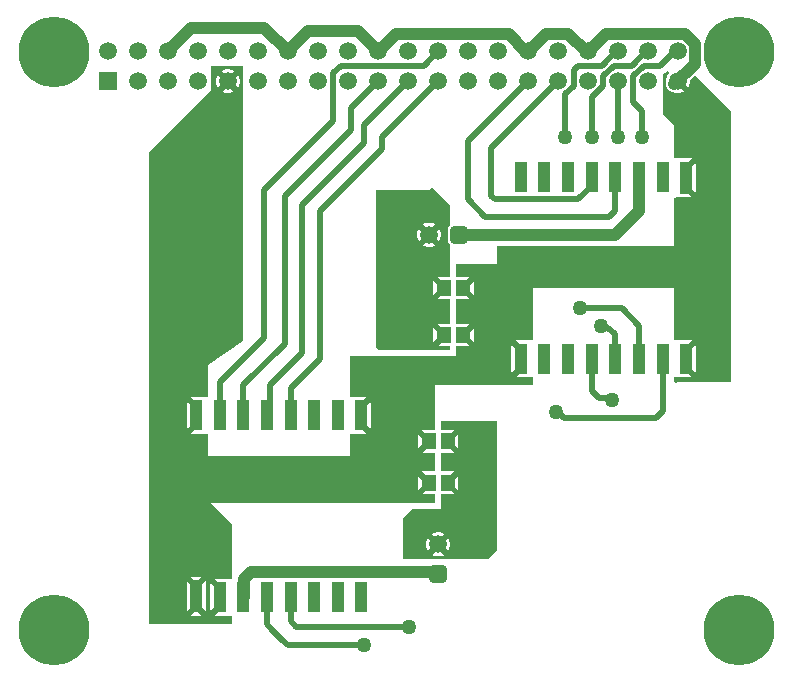
<source format=gtl>
G04*
G04 #@! TF.GenerationSoftware,Altium Limited,Altium Designer,24.10.1 (45)*
G04*
G04 Layer_Physical_Order=1*
G04 Layer_Color=255*
%FSLAX44Y44*%
%MOMM*%
G71*
G04*
G04 #@! TF.SameCoordinates,18B26EA7-4F74-4CB2-AD54-755A6D8BF582*
G04*
G04*
G04 #@! TF.FilePolarity,Positive*
G04*
G01*
G75*
%ADD14C,0.2540*%
%ADD15R,1.3000X1.4000*%
%ADD16R,1.1000X2.8000*%
%ADD17R,1.1000X2.6000*%
%ADD28C,0.5000*%
%ADD29C,1.0000*%
%ADD30R,1.5000X1.5000*%
%ADD31C,1.5000*%
G04:AMPARAMS|DCode=32|XSize=1.52mm|YSize=1.52mm|CornerRadius=0.38mm|HoleSize=0mm|Usage=FLASHONLY|Rotation=90.000|XOffset=0mm|YOffset=0mm|HoleType=Round|Shape=RoundedRectangle|*
%AMROUNDEDRECTD32*
21,1,1.5200,0.7600,0,0,90.0*
21,1,0.7600,1.5200,0,0,90.0*
1,1,0.7600,0.3800,0.3800*
1,1,0.7600,0.3800,-0.3800*
1,1,0.7600,-0.3800,-0.3800*
1,1,0.7600,-0.3800,0.3800*
%
%ADD32ROUNDEDRECTD32*%
%ADD33C,1.5200*%
G04:AMPARAMS|DCode=34|XSize=1.52mm|YSize=1.52mm|CornerRadius=0.38mm|HoleSize=0mm|Usage=FLASHONLY|Rotation=180.000|XOffset=0mm|YOffset=0mm|HoleType=Round|Shape=RoundedRectangle|*
%AMROUNDEDRECTD34*
21,1,1.5200,0.7600,0,0,180.0*
21,1,0.7600,1.5200,0,0,180.0*
1,1,0.7600,-0.3800,0.3800*
1,1,0.7600,0.3800,0.3800*
1,1,0.7600,0.3800,-0.3800*
1,1,0.7600,-0.3800,-0.3800*
%
%ADD34ROUNDEDRECTD34*%
%ADD35C,6.0000*%
%ADD36C,1.2700*%
G36*
X535000Y560000D02*
Y543170D01*
X534718Y542982D01*
X533437Y541063D01*
X532986Y538800D01*
Y531200D01*
X533437Y528937D01*
X534718Y527018D01*
X535000Y526830D01*
Y499540D01*
X524496D01*
X531768Y492268D01*
X529500Y490000D01*
X531768Y487732D01*
X524496Y480460D01*
X535000D01*
Y459540D01*
X524496D01*
X531768Y452268D01*
X529500Y450000D01*
X531768Y447732D01*
X524496Y440460D01*
X535000D01*
Y437500D01*
X475000D01*
X472500Y440000D01*
Y572500D01*
X517500D01*
X520000Y575000D01*
X535000Y560000D01*
D02*
G37*
G36*
X360000Y465000D02*
Y445000D01*
X330000Y425000D01*
Y397637D01*
X328040Y397540D01*
X328000Y397540D01*
X315496D01*
X321768Y391268D01*
X318232Y387732D01*
X311960Y394004D01*
Y369995D01*
X318232Y376268D01*
X321768Y372732D01*
X315496Y366460D01*
X328000D01*
X328040Y366460D01*
X330000Y366363D01*
Y347290D01*
X450000D01*
Y366363D01*
X451960Y366460D01*
X452000Y366460D01*
X464504D01*
X458232Y372732D01*
X461768Y376268D01*
X468040Y369995D01*
Y394004D01*
X461768Y387732D01*
X458232Y391268D01*
X464504Y397540D01*
X452000D01*
X451960Y397540D01*
X450000Y397637D01*
Y432500D01*
X540000D01*
Y440460D01*
X551505D01*
X544232Y447732D01*
X546500Y450000D01*
X544232Y452268D01*
X551505Y459540D01*
X540000D01*
Y480460D01*
X551505D01*
X544232Y487732D01*
X546500Y490000D01*
X544232Y492268D01*
X551504Y499540D01*
X540000D01*
Y510000D01*
X575000D01*
Y525000D01*
X725000D01*
Y566363D01*
X726960Y566460D01*
X727000Y566460D01*
X739504D01*
X733232Y572732D01*
X736768Y576268D01*
X743040Y569995D01*
Y596004D01*
X736768Y589732D01*
X733232Y593268D01*
X739504Y599540D01*
X727000D01*
X726960Y599540D01*
X725000Y599637D01*
Y627500D01*
X715000Y637500D01*
Y671250D01*
X719448Y673474D01*
X720633Y671830D01*
X719768Y670965D01*
X718446Y668676D01*
X717762Y666123D01*
Y663479D01*
X717968Y662712D01*
X717940Y662500D01*
X718180Y660673D01*
X718885Y658970D01*
X720008Y657507D01*
X721470Y656385D01*
X723173Y655680D01*
X723622Y655621D01*
X723927Y655445D01*
X726480Y654761D01*
X729124D01*
X731677Y655445D01*
X732910Y656157D01*
X726034Y663033D01*
X729570Y666569D01*
X736446Y659693D01*
X737158Y660926D01*
X737842Y663479D01*
Y665357D01*
X742492Y670007D01*
X772500Y640000D01*
Y410000D01*
X727500D01*
X726848Y409348D01*
X725000Y410113D01*
Y414363D01*
X726960Y414460D01*
X727000Y414460D01*
X739504D01*
X733232Y420732D01*
X736768Y424268D01*
X743040Y417995D01*
Y442004D01*
X736768Y435732D01*
X733232Y439268D01*
X739504Y445540D01*
X727000D01*
X726960Y445540D01*
X725000Y445637D01*
Y490000D01*
X605000Y490000D01*
Y445636D01*
X603040Y445540D01*
X603000Y445540D01*
X590495D01*
X596767Y439268D01*
X593232Y435732D01*
X586960Y442005D01*
Y417995D01*
X593232Y424268D01*
X596767Y420732D01*
X590495Y414460D01*
X603000D01*
X603040Y414460D01*
X605000Y414364D01*
Y407500D01*
X522500D01*
Y369540D01*
X511496D01*
X518768Y362268D01*
X516500Y360000D01*
X518768Y357732D01*
X511496Y350460D01*
X522500D01*
Y334540D01*
X511496D01*
X518768Y327268D01*
X516500Y325000D01*
X518768Y322732D01*
X511496Y315460D01*
X522500D01*
Y307500D01*
X332500D01*
X350000Y290000D01*
Y243637D01*
X348040Y243540D01*
X348000Y243540D01*
X335496D01*
X341768Y237268D01*
X338232Y233732D01*
X331960Y240005D01*
Y215996D01*
X338232Y222268D01*
X341768Y218732D01*
X335496Y212460D01*
X348000D01*
X348040Y212460D01*
X350000Y212363D01*
Y205000D01*
X280000D01*
Y605000D01*
X332500Y657500D01*
Y677500D01*
X360000D01*
Y465000D01*
D02*
G37*
G36*
X575000Y267500D02*
X567500Y260000D01*
X495000D01*
Y295000D01*
X502500Y302500D01*
X527500D01*
Y315460D01*
X538504D01*
X531232Y322732D01*
X533500Y325000D01*
X531232Y327268D01*
X538504Y334540D01*
X527500D01*
Y350460D01*
X538504D01*
X531232Y357732D01*
X533500Y360000D01*
X531232Y362268D01*
X538504Y369540D01*
X527500D01*
Y377500D01*
X575000D01*
Y267500D01*
D02*
G37*
%LPC*%
G36*
X518635Y545140D02*
X515965D01*
X513386Y544449D01*
X512118Y543717D01*
X517300Y538535D01*
X522482Y543717D01*
X521214Y544449D01*
X518635Y545140D01*
D02*
G37*
G36*
X508583Y540182D02*
X507851Y538914D01*
X507160Y536335D01*
Y533665D01*
X507851Y531086D01*
X508583Y529818D01*
X513764Y535000D01*
X508583Y540182D01*
D02*
G37*
G36*
X526017D02*
X520835Y535000D01*
X526017Y529818D01*
X526749Y531086D01*
X527440Y533665D01*
Y536335D01*
X526749Y538914D01*
X526017Y540182D01*
D02*
G37*
G36*
X517300Y531465D02*
X512118Y526283D01*
X513386Y525551D01*
X515965Y524860D01*
X518635D01*
X521214Y525551D01*
X522482Y526283D01*
X517300Y531465D01*
D02*
G37*
G36*
X520960Y496004D02*
Y483996D01*
X526964Y490000D01*
X520960Y496004D01*
D02*
G37*
G36*
Y456004D02*
Y443996D01*
X526964Y450000D01*
X520960Y456004D01*
D02*
G37*
G36*
X348124Y674841D02*
X345480D01*
X342927Y674157D01*
X341694Y673445D01*
X346802Y668336D01*
X351910Y673445D01*
X350677Y674157D01*
X348124Y674841D01*
D02*
G37*
G36*
X355446Y669909D02*
X350337Y664801D01*
X355446Y659693D01*
X356158Y660926D01*
X356842Y663479D01*
Y666123D01*
X356158Y668676D01*
X355446Y669909D01*
D02*
G37*
G36*
X338158Y669909D02*
X337446Y668676D01*
X336762Y666123D01*
Y663479D01*
X337446Y660926D01*
X338158Y659693D01*
X343266Y664801D01*
X338158Y669909D01*
D02*
G37*
G36*
X346802Y661265D02*
X341694Y656157D01*
X342927Y655445D01*
X345480Y654761D01*
X348124D01*
X350677Y655445D01*
X351910Y656157D01*
X346802Y661265D01*
D02*
G37*
G36*
X555040Y496004D02*
X549035Y490000D01*
X555040Y483996D01*
Y496004D01*
D02*
G37*
G36*
Y456004D02*
X549036Y450000D01*
X555040Y443996D01*
Y456004D01*
D02*
G37*
G36*
X507960Y366004D02*
Y353996D01*
X513965Y360000D01*
X507960Y366004D01*
D02*
G37*
G36*
Y331004D02*
Y318995D01*
X513965Y325000D01*
X507960Y331004D01*
D02*
G37*
G36*
X324505Y245540D02*
X315496D01*
X320000Y241035D01*
X324505Y245540D01*
D02*
G37*
G36*
X328040Y242005D02*
X321768Y235732D01*
X320000Y237500D01*
X318232Y235732D01*
X311960Y242005D01*
Y215996D01*
X318232Y222268D01*
X320000Y220500D01*
X321768Y222268D01*
X328040Y215996D01*
Y242005D01*
D02*
G37*
G36*
X320000Y216964D02*
X315496Y212460D01*
X324505D01*
X320000Y216964D01*
D02*
G37*
G36*
X542040Y366004D02*
X536035Y360000D01*
X542040Y353996D01*
Y366004D01*
D02*
G37*
G36*
Y331004D02*
X536035Y325000D01*
X542040Y318995D01*
Y331004D01*
D02*
G37*
G36*
X526335Y282840D02*
X523665D01*
X521086Y282149D01*
X519818Y281417D01*
X525000Y276236D01*
X530182Y281417D01*
X528914Y282149D01*
X526335Y282840D01*
D02*
G37*
G36*
X533717Y277882D02*
X528535Y272700D01*
X533717Y267518D01*
X534449Y268786D01*
X535140Y271365D01*
Y274035D01*
X534449Y276614D01*
X533717Y277882D01*
D02*
G37*
G36*
X516283Y277882D02*
X515551Y276614D01*
X514860Y274035D01*
Y271365D01*
X515551Y268786D01*
X516283Y267518D01*
X521465Y272700D01*
X516283Y277882D01*
D02*
G37*
G36*
X525000Y269164D02*
X519818Y263983D01*
X521086Y263251D01*
X523665Y262560D01*
X526335D01*
X528914Y263251D01*
X530182Y263983D01*
X525000Y269164D01*
D02*
G37*
%LPD*%
D14*
X345661Y665942D02*
X346802Y664801D01*
D15*
X546000Y490000D02*
D03*
X530000D02*
D03*
X517000Y360000D02*
D03*
X533000D02*
D03*
X517000Y325000D02*
D03*
X533000D02*
D03*
X546000Y450000D02*
D03*
X530000D02*
D03*
D16*
X735000Y583000D02*
D03*
X320000Y229000D02*
D03*
D17*
X715000Y584000D02*
D03*
X695000D02*
D03*
X675000D02*
D03*
X654999D02*
D03*
X635000D02*
D03*
X615000D02*
D03*
X595000D02*
D03*
Y430000D02*
D03*
X615000D02*
D03*
X635000D02*
D03*
X654999D02*
D03*
X675000D02*
D03*
X695000D02*
D03*
X715000D02*
D03*
X735000D02*
D03*
X320000Y382000D02*
D03*
X340000D02*
D03*
X360000D02*
D03*
X380000D02*
D03*
X400000D02*
D03*
X420000D02*
D03*
X440000D02*
D03*
X460000D02*
D03*
Y228000D02*
D03*
X440000D02*
D03*
X420000D02*
D03*
X400000D02*
D03*
X380000D02*
D03*
X360000D02*
D03*
X340000D02*
D03*
D28*
X436250Y631250D02*
Y672071D01*
X380000Y205000D02*
Y230000D01*
X397500Y187500D02*
X462500D01*
X393125Y191875D02*
X397500Y187500D01*
X393125Y191875D02*
Y191875D01*
X384375Y200625D02*
X393125Y191875D01*
X380000Y205000D02*
X384375Y200625D01*
X384375D01*
X400000Y207500D02*
X405000Y202500D01*
X400000Y207500D02*
Y232500D01*
X405000Y202500D02*
X500000D01*
X550000Y613999D02*
X600802Y664801D01*
X550000Y565000D02*
Y613999D01*
X675000Y584000D02*
Y587500D01*
X565000Y550000D02*
X669571D01*
X550000Y565000D02*
X565000Y550000D01*
X570000Y608599D02*
X626202Y664801D01*
X570000Y567929D02*
Y608599D01*
Y567929D02*
X572929Y565000D01*
X643500D01*
X669571Y550000D02*
X675000Y555429D01*
Y584000D01*
X643500Y565000D02*
X655000Y576500D01*
Y587500D01*
X626779Y385000D02*
X631779Y380000D01*
X709571D01*
X715000Y385429D01*
X625000Y385000D02*
X626779D01*
X715000Y385429D02*
Y430000D01*
X661027Y396473D02*
X671027D01*
X654999Y402500D02*
X661027Y396473D01*
X671027D02*
X672500Y395000D01*
X654999Y402500D02*
Y422500D01*
X662500Y457500D02*
X663973Y456027D01*
X669048D01*
X674575Y430425D02*
Y450500D01*
X669048Y456027D02*
X674575Y450500D01*
X645000Y472500D02*
X680344D01*
X695000Y457844D01*
X674575Y430425D02*
X675000Y430000D01*
X695000Y427500D02*
Y457844D01*
X697500Y617500D02*
Y639477D01*
X677251Y617749D02*
X677500Y617500D01*
X677251Y617749D02*
Y664552D01*
X677002Y664801D02*
X677251Y664552D01*
X664952Y669722D02*
X673431Y678201D01*
X664952Y661181D02*
Y669722D01*
X655000Y651228D02*
X664952Y661181D01*
X655000Y617500D02*
Y651228D01*
X639602Y661230D02*
Y674602D01*
X632500Y617500D02*
Y654128D01*
X639602Y661230D01*
Y674602D02*
X643201Y678201D01*
X690000Y646976D02*
X697500Y639477D01*
X690000Y646976D02*
Y669369D01*
X698831Y678201D01*
X400000Y385000D02*
Y405000D01*
X425000Y430000D01*
Y555000D01*
X477500Y607500D01*
Y617699D01*
X524602Y664801D01*
X382500Y387500D02*
Y407500D01*
X380000Y385000D02*
X382500Y387500D01*
Y407500D02*
X410000Y435000D01*
Y560000D01*
X462500Y612500D01*
Y628099D01*
X499202Y664801D01*
X360000Y387500D02*
Y407500D01*
X395000Y442500D01*
X377500Y447500D02*
Y572500D01*
X525000Y690599D02*
Y692500D01*
X340000Y410000D02*
X377500Y447500D01*
X524602Y690201D02*
X525000Y690599D01*
X395000Y442500D02*
Y567500D01*
X450944Y623444D01*
Y641943D02*
X473802Y664801D01*
X450944Y623444D02*
Y641943D01*
X377500Y572500D02*
X436250Y631250D01*
X512602Y678201D02*
X524602Y690201D01*
X442380Y678201D02*
X512602D01*
X436250Y672071D02*
X442380Y678201D01*
X698831D02*
X713096D01*
X725096Y690201D01*
X643201Y678201D02*
X663532D01*
X675532Y690201D01*
X677002D01*
X673431Y678201D02*
X688932D01*
X700932Y690201D01*
X702402D01*
X725096D02*
X727802D01*
X340000Y382000D02*
Y410000D01*
D29*
X360000Y228000D02*
X360500Y228500D01*
Y243553D01*
X366358Y249411D02*
X522889D01*
X525000Y247300D01*
X360500Y243553D02*
X366358Y249411D01*
X675000Y535000D02*
X695000Y555000D01*
X542700Y535000D02*
X675000D01*
X695000Y555000D02*
Y584000D01*
X667455Y704701D02*
X733808D01*
X725000Y662500D02*
X742302Y679802D01*
X635299Y704701D02*
X650701Y689299D01*
X742302Y679802D02*
Y696207D01*
X652955Y690201D02*
X667455Y704701D01*
X651602Y690201D02*
X652955D01*
X733808Y704701D02*
X742302Y696207D01*
X616655Y704701D02*
X635299D01*
X602155Y690201D02*
X616655Y704701D01*
X600802Y690201D02*
X602155D01*
X584949Y704701D02*
X599650Y690000D01*
X489655Y704701D02*
X584949D01*
X475155Y690201D02*
X489655Y704701D01*
X473802Y690201D02*
X475155D01*
X457500Y707500D02*
X472667Y692333D01*
X414901Y707500D02*
X457500D01*
X397602Y690201D02*
X414901Y707500D01*
X377803Y710000D02*
X397602Y690201D01*
X315801Y710000D02*
X377803D01*
X296002Y690201D02*
X315801Y710000D01*
D30*
X245202Y664801D02*
D03*
D31*
Y690201D02*
D03*
X270602Y664801D02*
D03*
Y690201D02*
D03*
X296002Y664801D02*
D03*
Y690201D02*
D03*
X321402Y664801D02*
D03*
Y690201D02*
D03*
X346802Y664801D02*
D03*
Y690201D02*
D03*
X372202Y664801D02*
D03*
Y690201D02*
D03*
X397602Y664801D02*
D03*
Y690201D02*
D03*
X423002Y664801D02*
D03*
Y690201D02*
D03*
X448402Y664801D02*
D03*
Y690201D02*
D03*
X473802Y664801D02*
D03*
Y690201D02*
D03*
X499202Y664801D02*
D03*
Y690201D02*
D03*
X524602Y664801D02*
D03*
Y690201D02*
D03*
X550002Y664801D02*
D03*
Y690201D02*
D03*
X575402Y664801D02*
D03*
Y690201D02*
D03*
X600802Y664801D02*
D03*
Y690201D02*
D03*
X626202Y664801D02*
D03*
Y690201D02*
D03*
X727802D02*
D03*
Y664801D02*
D03*
X702402Y690201D02*
D03*
Y664801D02*
D03*
X677002Y690201D02*
D03*
Y664801D02*
D03*
X651602Y690201D02*
D03*
Y664801D02*
D03*
D32*
X525000Y247300D02*
D03*
D33*
Y272700D02*
D03*
X517300Y535000D02*
D03*
D34*
X542700D02*
D03*
D35*
X780000Y200000D02*
D03*
Y690000D02*
D03*
X200000Y200000D02*
D03*
Y690000D02*
D03*
D36*
X462500Y187500D02*
D03*
X500000Y202500D02*
D03*
X625000Y385000D02*
D03*
X672500Y395000D02*
D03*
X662500Y457500D02*
D03*
X645000Y472500D02*
D03*
X697500Y617500D02*
D03*
X677500D02*
D03*
X655000D02*
D03*
X632500D02*
D03*
M02*

</source>
